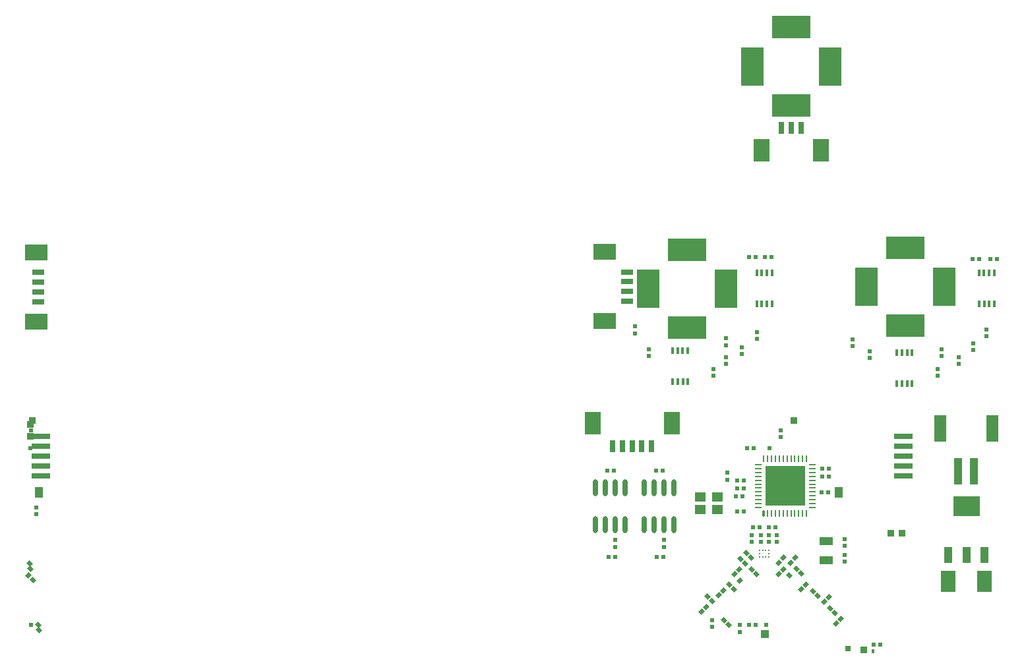
<source format=gtp>
%FSTAX23Y23*%
%MOMM*%
%SFA1B1*%

%IPPOS*%
%AMD29*
4,1,4,0.406400,-0.017780,-0.017780,0.406400,-0.406400,0.017780,0.017780,-0.406400,0.406400,-0.017780,0.0*
%
%AMD30*
4,1,4,0.017780,0.406400,-0.406400,-0.017780,-0.017780,-0.406400,0.406400,0.017780,0.017780,0.406400,0.0*
%
%ADD11R,0.400050X0.500126*%
%ADD12R,0.899922X0.899922*%
%ADD13R,0.800100X0.800100*%
%ADD14R,0.990600X0.990600*%
%ADD15R,1.400048X1.150112*%
%ADD16R,1.800098X0.999998*%
%ADD17R,0.299974X0.949960*%
%ADD18R,0.199898X0.199898*%
%ADD19O,0.279908X0.850138*%
%ADD20R,0.279908X0.850138*%
%ADD21R,0.850138X0.279908*%
%ADD22R,5.150104X5.150104*%
%ADD23R,3.500120X2.500122*%
%ADD24R,0.999998X1.999996*%
%ADD25O,0.599948X2.199894*%
%ADD26R,0.599948X0.549910*%
%ADD27R,0.549910X0.599948*%
%ADD28R,1.100074X1.400048*%
G04~CAMADD=29~9~0.0~0.0~236.2~216.5~0.0~0.0~0~0.0~0.0~0.0~0.0~0~0.0~0.0~0.0~0.0~0~0.0~0.0~0.0~315.0~320.0~319.0*
%ADD29D29*%
G04~CAMADD=30~9~0.0~0.0~236.2~216.5~0.0~0.0~0~0.0~0.0~0.0~0.0~0~0.0~0.0~0.0~0.0~0~0.0~0.0~0.0~45.0~320.0~319.0*
%ADD30D30*%
%ADD31R,2.100072X2.999994*%
%ADD32R,0.800100X1.599946*%
%ADD33R,2.999994X2.100072*%
%ADD34R,1.599946X0.800100*%
%ADD35R,2.400046X0.800100*%
%ADD36R,1.100074X3.500120*%
%ADD37R,1.500124X3.400044*%
%ADD38R,0.949960X0.949960*%
%ADD39R,4.999990X2.999994*%
%ADD40R,2.999994X4.999990*%
%ADD41R,0.949960X0.949960*%
%ADD42R,1.899920X2.700020*%
%LNheadband-pcb-1*%
%LPD*%
G54D11*
X118706Y61671D03*
G54D12*
X117474Y61848D03*
G54D13*
X115442Y61975D03*
G54D14*
X104774Y6388D03*
G54D15*
X96479Y79882D03*
X98678D03*
Y81482D03*
X96479D03*
G54D16*
X112648Y73318D03*
Y75818D03*
G54D17*
X132304Y110248D03*
X132939D03*
X133603D03*
X134253D03*
Y106298D03*
X133603D03*
X132954D03*
X132304D03*
X103758Y110235D03*
X104393D03*
X105058D03*
X105708D03*
Y106286D03*
X105058D03*
X104408D03*
X103758D03*
X123697Y96011D03*
X123062D03*
X122398D03*
X121748D03*
Y99961D03*
X122398D03*
X123048D03*
X123697D03*
X94898Y96265D03*
X94263D03*
X93598D03*
X92949D03*
Y100215D03*
X93598D03*
X94248D03*
X94898D03*
G54D18*
X104101Y74187D03*
Y74587D03*
X104501D03*
X104901D03*
X105302D03*
Y74187D03*
Y73786D03*
X104901D03*
X104501D03*
X104101D03*
G54D19*
X104647Y79374D03*
G54D20*
X105148Y79374D03*
X105647D03*
X106148D03*
X106647D03*
X107147D03*
X107647D03*
X108147D03*
X108647D03*
X109147D03*
X109647D03*
X110147D03*
Y86324D03*
X109647D03*
X109147D03*
X108647D03*
X108147D03*
X107647D03*
X107147D03*
X106647D03*
X106148D03*
X105647D03*
X105148D03*
X104647D03*
G54D21*
X110873Y80099D03*
Y806D03*
Y81099D03*
Y816D03*
Y82099D03*
Y826D03*
Y83099D03*
Y836D03*
Y84099D03*
Y846D03*
Y85099D03*
Y856D03*
X103923D03*
Y85099D03*
Y846D03*
Y84099D03*
Y836D03*
Y83099D03*
Y826D03*
Y82099D03*
Y816D03*
Y81099D03*
Y806D03*
Y80099D03*
G54D22*
X107398Y82849D03*
G54D23*
X130669Y80241D03*
G54D24*
X132968Y7404D03*
X130669D03*
X128369D03*
G54D25*
X8928Y77863D03*
X9055D03*
X9182D03*
X9309D03*
X8928Y82664D03*
X9055D03*
X9182D03*
X9309D03*
X83057Y77863D03*
X84327D03*
X85597D03*
X86867D03*
X83057Y82664D03*
X84327D03*
X85597D03*
X86867D03*
G54D26*
X134619Y112013D03*
X133769D03*
X132333D03*
X131484D03*
X105624Y112267D03*
X104774D03*
X103631D03*
X102782D03*
X112902Y82041D03*
X112052D03*
X10452Y87756D03*
X105371D03*
X101258Y83565D03*
X102107D03*
X90843Y84835D03*
X91693D03*
X84581D03*
X85432D03*
X106132Y77596D03*
X105282D03*
X103289D03*
X104139D03*
X119633Y62483D03*
X118784D03*
X112179Y85089D03*
X113029D03*
X103377Y87756D03*
X102527D03*
X10579Y65023D03*
X104941D03*
X102782D03*
X103631D03*
X102107Y82549D03*
X101258D03*
X112179Y84073D03*
X113029D03*
X102107Y79628D03*
X101258D03*
X101941Y81533D03*
X101091D03*
X91782Y73786D03*
X90931D03*
X85597D03*
X84747D03*
G54D27*
X133222Y102957D03*
Y102107D03*
X118236Y99353D03*
Y100202D03*
X129666Y98591D03*
Y9944D03*
X126999Y97916D03*
Y97067D03*
X103758Y102615D03*
Y101766D03*
X89915Y99607D03*
Y100456D03*
X101853Y99821D03*
Y100671D03*
X9817Y97916D03*
Y97067D03*
X99948Y83692D03*
Y84542D03*
X9182Y75907D03*
Y75056D03*
X85597Y75907D03*
Y75056D03*
X101599Y64134D03*
Y64985D03*
X106806Y89153D03*
Y90003D03*
X127507Y100456D03*
Y99607D03*
X116077Y101726D03*
Y100876D03*
X131571Y101179D03*
Y100329D03*
X99821Y101814D03*
Y100964D03*
X88137Y103339D03*
Y102488D03*
X99821Y9944D03*
Y98591D03*
X106298Y76541D03*
Y75691D03*
X103123Y76541D03*
Y75691D03*
X115061Y73151D03*
Y74002D03*
Y76033D03*
Y75183D03*
X105282Y76541D03*
Y75691D03*
X104266Y76541D03*
Y75691D03*
X98043Y6562D03*
Y64769D03*
X10579Y89153D03*
Y90003D03*
X11214Y80098D03*
Y79247D03*
G54D28*
X11605Y82041D03*
X114299D03*
G54D29*
X107949Y71373D03*
X10855Y70773D03*
X113156Y67182D03*
X113757Y66582D03*
X110997Y69341D03*
X111598Y68741D03*
X101634Y73498D03*
X102234Y72897D03*
X11535Y64989D03*
X11595Y64388D03*
X108838Y72262D03*
X109439Y71662D03*
X102996Y73659D03*
X102396Y7426D03*
X98043Y68071D03*
X97443Y68672D03*
X100202Y7023D03*
X100803Y6963D03*
X99567Y65658D03*
X100168Y65058D03*
X10452Y72262D03*
X10392Y72863D03*
X103724Y71535D03*
X103123Y72135D03*
G54D30*
X106552Y73024D03*
X107153Y73625D03*
X108076Y73024D03*
X108677Y73625D03*
X97281Y67309D03*
X96681Y66709D03*
X9944Y69468D03*
X9884Y68868D03*
X1022Y71339D03*
X101599Y70738D03*
X107187Y72135D03*
X106587Y71535D03*
X113953Y65185D03*
X114553Y65785D03*
X112429Y67979D03*
X113029Y68579D03*
X109473Y69595D03*
X110074Y70196D03*
X101472Y72135D03*
X100872Y71535D03*
G54D31*
X104404Y126005D03*
X111973D03*
X92826Y9091D03*
X82717D03*
G54D32*
X106933Y128904D03*
X109433D03*
X108183D03*
X90257Y8801D03*
X89006D03*
X87756D03*
X85257D03*
X86507D03*
G54D33*
X11214Y104012D03*
Y112852D03*
X84222Y104072D03*
Y112912D03*
G54D34*
X11504Y107802D03*
Y106552D03*
Y109053D03*
Y110303D03*
X87121Y107862D03*
Y106612D03*
Y109113D03*
Y110362D03*
G54D35*
X122554Y842D03*
X11849D03*
X122605Y8547D03*
X11849D03*
X122554Y8674D03*
X11849D03*
X122554Y8801D03*
X11849D03*
X122554Y8928D03*
X11849D03*
G54D36*
X129634Y84736D03*
X131634D03*
G54D37*
X127284Y90296D03*
X133984D03*
G54D38*
X120977Y76834D03*
X122427D03*
X108511Y91312D03*
X10706D03*
G54D39*
X122808Y103458D03*
Y113457D03*
X108203Y131779D03*
Y141778D03*
X94788Y103204D03*
Y113203D03*
G54D40*
X127808Y108457D03*
X117809D03*
X113203Y136778D03*
X103204D03*
X99788Y108203D03*
X89788D03*
G54D41*
X10452Y90731D03*
Y8928D03*
G54D42*
X132968Y70611D03*
X128369D03*
M02*
</source>
